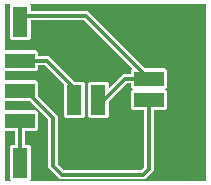
<source format=gbr>
G04 EAGLE Gerber RS-274X export*
G75*
%MOMM*%
%FSLAX34Y34*%
%LPD*%
%INTop Copper*%
%IPPOS*%
%AMOC8*
5,1,8,0,0,1.08239X$1,22.5*%
G01*
%ADD10R,2.540000X1.270000*%
%ADD11R,1.270000X2.540000*%
%ADD12C,0.304800*%

G36*
X180145Y10160D02*
X180145Y10160D01*
X180144Y10160D01*
X180145Y10160D01*
X180145Y159260D01*
X180140Y159265D01*
X180140Y159264D01*
X180140Y159265D01*
X31022Y159265D01*
X31021Y159264D01*
X31019Y159264D01*
X31019Y159262D01*
X31018Y159260D01*
X31019Y159259D01*
X31019Y159256D01*
X31745Y158530D01*
X31745Y153924D01*
X31750Y153919D01*
X31750Y153920D01*
X31750Y153919D01*
X80421Y153919D01*
X128934Y105407D01*
X128936Y105407D01*
X128937Y105406D01*
X128937Y105405D01*
X145830Y105405D01*
X147315Y103920D01*
X147315Y89120D01*
X145829Y87634D01*
X145828Y87627D01*
X145829Y87627D01*
X145829Y87626D01*
X147315Y86140D01*
X147315Y71340D01*
X145830Y69855D01*
X136144Y69855D01*
X136139Y69850D01*
X136139Y18639D01*
X128681Y11181D01*
X56739Y11181D01*
X46741Y21179D01*
X46741Y61817D01*
X46739Y61818D01*
X46739Y61820D01*
X31086Y77473D01*
X31084Y77474D01*
X31083Y77475D01*
X10160Y77475D01*
X10155Y77470D01*
X10156Y77470D01*
X10155Y77470D01*
X10155Y69850D01*
X10160Y69845D01*
X10160Y69846D01*
X10160Y69845D01*
X36610Y69845D01*
X38095Y68360D01*
X38095Y53560D01*
X36610Y52075D01*
X26924Y52075D01*
X26919Y52070D01*
X26920Y52070D01*
X26919Y52070D01*
X26919Y40640D01*
X26924Y40635D01*
X26924Y40636D01*
X26924Y40635D01*
X30260Y40635D01*
X31745Y39150D01*
X31745Y11650D01*
X30259Y10164D01*
X30259Y10162D01*
X30258Y10161D01*
X30259Y10159D01*
X30259Y10157D01*
X30261Y10157D01*
X30262Y10155D01*
X180140Y10155D01*
X180145Y10160D01*
G37*
G36*
X125318Y19301D02*
X125318Y19301D01*
X125320Y19301D01*
X128019Y22000D01*
X128020Y22002D01*
X128021Y22003D01*
X128021Y69850D01*
X128016Y69855D01*
X128016Y69854D01*
X128016Y69855D01*
X118330Y69855D01*
X116845Y71340D01*
X116845Y86140D01*
X118331Y87626D01*
X118332Y87633D01*
X118331Y87633D01*
X118331Y87634D01*
X116845Y89120D01*
X116845Y92456D01*
X116840Y92461D01*
X116840Y92460D01*
X116840Y92461D01*
X113443Y92461D01*
X113442Y92459D01*
X113440Y92459D01*
X97787Y76806D01*
X97786Y76804D01*
X97785Y76803D01*
X97785Y64990D01*
X96300Y63505D01*
X81500Y63505D01*
X80015Y64990D01*
X80015Y92490D01*
X81500Y93975D01*
X96300Y93975D01*
X97785Y92490D01*
X97785Y88298D01*
X97786Y88296D01*
X97786Y88295D01*
X97788Y88295D01*
X97790Y88293D01*
X97791Y88294D01*
X97792Y88294D01*
X97794Y88294D01*
X110079Y100579D01*
X116840Y100579D01*
X116845Y100584D01*
X116844Y100584D01*
X116845Y100584D01*
X116845Y103920D01*
X117889Y104964D01*
X117889Y104970D01*
X117889Y104971D01*
X77060Y145799D01*
X77058Y145800D01*
X77057Y145801D01*
X31750Y145801D01*
X31745Y145796D01*
X31746Y145796D01*
X31745Y145796D01*
X31745Y131030D01*
X30260Y129545D01*
X15460Y129545D01*
X13975Y131030D01*
X13975Y158530D01*
X14701Y159256D01*
X14701Y159258D01*
X14702Y159259D01*
X14701Y159261D01*
X14701Y159263D01*
X14699Y159263D01*
X14698Y159265D01*
X10160Y159265D01*
X10155Y159260D01*
X10156Y159260D01*
X10155Y159260D01*
X10155Y120650D01*
X10160Y120645D01*
X10160Y120646D01*
X10160Y120645D01*
X36610Y120645D01*
X38095Y119160D01*
X38095Y115824D01*
X38100Y115819D01*
X38100Y115820D01*
X38100Y115819D01*
X47401Y115819D01*
X69244Y93977D01*
X69246Y93976D01*
X69247Y93975D01*
X75980Y93975D01*
X77465Y92490D01*
X77465Y64990D01*
X75980Y63505D01*
X61180Y63505D01*
X59695Y64990D01*
X59695Y92043D01*
X59693Y92044D01*
X59693Y92046D01*
X44040Y107699D01*
X44038Y107700D01*
X44037Y107701D01*
X38100Y107701D01*
X38095Y107696D01*
X38096Y107696D01*
X38095Y107696D01*
X38095Y104360D01*
X36610Y102875D01*
X10160Y102875D01*
X10155Y102870D01*
X10156Y102870D01*
X10155Y102870D01*
X10155Y95250D01*
X10160Y95245D01*
X10160Y95246D01*
X10160Y95245D01*
X36610Y95245D01*
X38095Y93760D01*
X38095Y81947D01*
X38097Y81946D01*
X38097Y81944D01*
X54859Y65181D01*
X54859Y24543D01*
X54861Y24542D01*
X54861Y24540D01*
X60100Y19301D01*
X60102Y19300D01*
X60103Y19299D01*
X125317Y19299D01*
X125318Y19301D01*
G37*
G36*
X15459Y10156D02*
X15459Y10156D01*
X15461Y10156D01*
X15461Y10158D01*
X15462Y10160D01*
X15461Y10161D01*
X15461Y10164D01*
X13975Y11650D01*
X13975Y39150D01*
X15460Y40635D01*
X18796Y40635D01*
X18801Y40640D01*
X18800Y40640D01*
X18801Y40640D01*
X18801Y52070D01*
X18796Y52075D01*
X18796Y52074D01*
X18796Y52075D01*
X10160Y52075D01*
X10155Y52070D01*
X10156Y52070D01*
X10155Y52070D01*
X10155Y10160D01*
X10160Y10155D01*
X10160Y10156D01*
X10160Y10155D01*
X15458Y10155D01*
X15459Y10156D01*
G37*
D10*
X22860Y111760D03*
X22860Y86360D03*
X22860Y60960D03*
D11*
X68580Y78740D03*
D10*
X132080Y96520D03*
X132080Y78740D03*
D11*
X88900Y78740D03*
X22860Y144780D03*
X22860Y25400D03*
D12*
X132080Y20320D02*
X132080Y78740D01*
X132080Y20320D02*
X127000Y15240D01*
X58420Y15240D01*
X50800Y22860D01*
X50800Y63500D02*
X33020Y81280D01*
X50800Y63500D02*
X50800Y22860D01*
X45720Y111760D02*
X22860Y111760D01*
X45720Y111760D02*
X68580Y88900D01*
X78740Y149860D02*
X132080Y96520D01*
X78740Y149860D02*
X27940Y149860D01*
X111760Y96520D02*
X132080Y96520D01*
X111760Y96520D02*
X93980Y78740D01*
X22860Y60960D02*
X22860Y30480D01*
M02*

</source>
